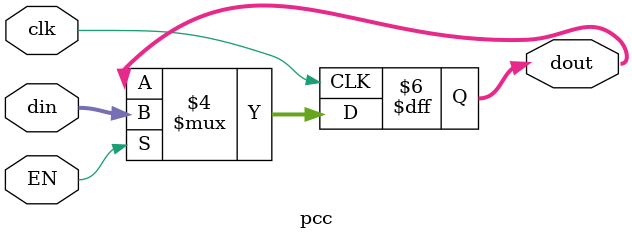
<source format=v>
`timescale 1ns / 1ps

module pcc(
    input clk,
    input EN,
    input [31:0] din,
    output reg [31:0] dout
);

initial begin
dout = -1;
end

always@(posedge clk) begin
    if (EN)
        dout <= din;
    else
        dout <= dout;
end

endmodule
</source>
